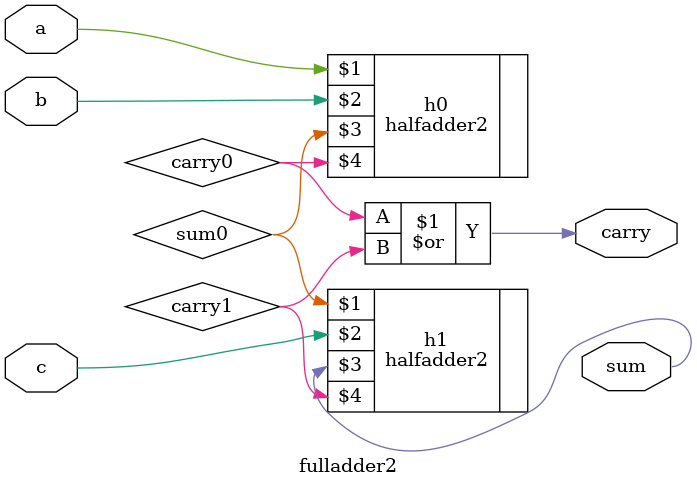
<source format=v>
/*
 * Module fulladder
 * 
 * Inputs: a, b, c
 * Outputs: sum, carry
 * Function: sum = LSB of a + b + c
 * carry = MSB of a + b + c
 */

`include "halfadder2.v"
`define OR or #50

module fulladder2(output sum, carry, 
input a, b, c
                 );

   // Intermediate sum and carry bits.
   wire                 sum0, carry0, carry1;

   // Chain halfadders together to find the LSB of the sum.
   halfadder2
     h0(a, b, sum0, carry0),
     h1(sum0, c, sum, carry1);

   // The carry bit is 1 if any of the last additions carried.
   `OR (carry, carry0, carry1);
endmodule

</source>
